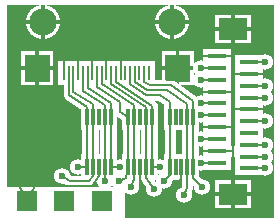
<source format=gtl>
G04*
G04 Format:               Gerber RS-274X*
G04 Export Settings:      OSH Park*
G04 Layer:                TopCopper*
G04 This File Name:       HDMI_QSB_new.gtl*
G04 Source File Name:     HDMI_QSB_new.rrb*
G04 Unique ID:            51c3dc83-d7bb-4e2f-9342-59aa85fb2bb0*
G04 Generated Date:       Thursday, 10 August 2017 09:01:58*
G04*
G04 Created Using:        Robot Room Copper Connection v3.0.5875*
G04 Software Contact:     http://www.robotroom.com/CopperConnection/Support.aspx*
G04 License Number:       1880*
G04*
G04 Zero Suppression:     Leading*
G04 Number Precision:     2.4*
G04*
%FSLAX24Y24*%
%MOIN*%
%LNTopCopper*%
%ADD10C,.006*%
%ADD11C,.007*%
%ADD12C,.008*%
%ADD13C,.0236*%
%ADD14C,.0307*%
%ADD15C,.036*%
%ADD16C,.037*%
%ADD17C,.038*%
%ADD18C,.0536*%
%ADD19C,.0906*%
%ADD20R,.006X.006*%
%ADD21R,.007X.007*%
%ADD22R,.0118X.0118*%
%ADD23R,.0087X.0492*%
%ADD24R,.0118X.0571*%
%ADD25R,.0387X.0792*%
%ADD26R,.0418X.0871*%
%ADD27R,.063X.0157*%
%ADD28R,.065X.065*%
%ADD29R,.0827X.0906*%
%ADD30R,.0886X.0886*%
%ADD31R,.093X.0457*%
%ADD32R,.0945X.0709*%
%AMTHERMAL*7,0,0,$1,$1-$2-$2,$2,0*%
%ADD33THERMAL,.1142X.0118*%
G36*
G01X0Y7087D02*
X8905D01*
Y0D01*
X0D01*
Y7087D01*
G37*
%LPC*%
G36*
X-118Y1024D02*
X3937D01*
Y-99D01*
X-118D01*
Y1024D01*
G37*
D33*
X1222Y6539D03*
X5494D03*
D15*
X6995Y2232D02*
X7544D01*
X8606Y1641D02*
X8093D01*
X8606Y2035D02*
X8093D01*
X8606Y2429D02*
X8093D01*
X8606Y3216D02*
X8093D01*
X6482Y1838D02*
X6995D01*
X6482Y2626D02*
X6995D01*
X6482Y3413D02*
X6995D01*
X6482Y4988D02*
X6995D01*
X6482Y4594D02*
X6995D01*
X8606Y5185D02*
X8093D01*
X8606Y4397D02*
X8093D01*
X8606Y4004D02*
X8093D01*
X2362Y1693D02*
X2676Y1696D01*
X1850Y1378D02*
X2126Y1220D01*
X3268Y1224D02*
X3267Y1696D01*
X3764Y1691D02*
X3463Y1696D01*
X5102Y1691D02*
X4843Y1696D01*
X4921Y945D02*
X4646Y1339D01*
X4134Y1024D02*
X4252Y1299D01*
X3740Y1220D02*
X3976Y1339D01*
X4646D02*
Y1696D01*
X4252Y1299D02*
Y1696D01*
X2756Y1220D02*
X2874Y1378D01*
X2873Y1696D01*
X3976Y1339D02*
X4055Y1696D01*
X2126Y1220D02*
X2756D01*
D16*
X2222Y4817D02*
Y4201D01*
X2874Y3780D02*
X2873Y3349D01*
X2537Y4817D02*
Y4213D01*
X3268Y3740D02*
X3267Y3349D01*
X2694Y4817D02*
Y4331D01*
X3465Y3819D02*
X3463Y3349D01*
X3009Y4817D02*
Y4370D01*
X2222Y4201D02*
X2874Y3780D01*
X2537Y4213D02*
X3268Y3740D01*
X2694Y4331D02*
X3465Y3819D01*
X3009Y4370D02*
X3780Y3858D01*
X3167Y4464D02*
Y4817D01*
X4269Y4528D02*
Y4817D01*
X4111Y4449D02*
X4112Y4817D01*
X3639Y4528D02*
Y4817D01*
X2676Y3349D02*
X2677Y3701D01*
X4843Y3349D02*
Y3726D01*
X4646Y3349D02*
Y3681D01*
X4252Y3349D02*
Y3740D01*
X5432Y3349D02*
X5433Y3858D01*
X3780D02*
X3778Y3532D01*
X4055Y3349D01*
X3481Y4449D02*
X3482Y4817D01*
X6220Y3898D02*
X5472Y4409D01*
X6024Y3780D02*
X5354Y4252D01*
X5433Y3858D02*
X5118Y4094D01*
X4843Y3726D02*
X3639Y4528D01*
X4646Y3681D02*
X3481Y4449D01*
X4252Y3740D02*
X3167Y4464D01*
X2064Y4094D02*
Y4817D01*
X2677Y3701D02*
X2064Y4094D01*
X6482Y3807D02*
X6995D01*
X4764Y4409D02*
X4584Y4528D01*
X5472Y4409D02*
X4764D01*
X4685Y4252D02*
X4269Y4528D01*
X5354Y4252D02*
X4685D01*
X4633Y4094D02*
X4111Y4449D01*
X5118Y4094D02*
X4633D01*
X6220Y3898D02*
X6219Y3349D01*
Y1696D01*
X6220Y1339D01*
X6024Y3780D02*
X6022Y3349D01*
Y1696D01*
X6220Y1339D02*
X6496Y1024D01*
X5906Y748D02*
X6024Y984D01*
X6022Y1696D01*
D17*
X4584Y4528D02*
Y4817D01*
X2873Y3349D02*
Y1696D01*
X3267Y3349D02*
Y1696D01*
X3463Y3349D02*
Y1696D01*
X4252D02*
Y3349D01*
X4055D02*
Y1696D01*
X5246Y1224D02*
X5433Y1417D01*
X5432Y1696D02*
Y3349D01*
X2676Y1696D02*
Y3349D01*
X4843Y1696D02*
Y3349D01*
X4646Y1696D02*
Y3349D01*
X5433Y1417D02*
X5432Y1696D01*
D18*
X8606Y5185D03*
X6482Y4988D03*
Y4594D03*
Y3807D03*
Y3413D03*
X8606Y4397D03*
Y4004D03*
Y3216D03*
Y1641D03*
X6482Y1838D03*
X8606Y2035D03*
Y2429D03*
X6482Y2626D03*
X2362Y1693D03*
X1850Y1378D03*
X3764Y1691D03*
X3268Y1224D03*
X3740Y1220D03*
X4134Y1024D03*
X5102Y1691D03*
X4921Y945D03*
X5246Y1224D03*
X5906Y748D03*
X6496Y1024D03*
D25*
X1907Y4817D03*
X2064D03*
X2222D03*
X2379D03*
X2537D03*
X2694D03*
X2852D03*
X3009D03*
X3167D03*
X3322D03*
X3482D03*
X3639D03*
X3797D03*
X3954D03*
X4112D03*
X4269D03*
X4427D03*
X4584D03*
X4742D03*
D26*
X4055Y1696D03*
X4252D03*
X4449D03*
X4646D03*
X4843D03*
X4055Y3349D03*
X4252D03*
X4449D03*
X4646D03*
X4843D03*
X2676Y1696D03*
X2873D03*
X3070D03*
X3267D03*
X3463D03*
X2676Y3349D03*
X2873D03*
X3070D03*
X3267D03*
X3463D03*
X5432Y1696D03*
X5628D03*
X5825D03*
X6022D03*
X6219D03*
X5432Y3349D03*
X5628D03*
X5825D03*
X6022D03*
X6219D03*
D31*
X8093Y1641D03*
Y2035D03*
Y2429D03*
Y2823D03*
Y3216D03*
Y3610D03*
Y4004D03*
Y4397D03*
Y4791D03*
Y5185D03*
X6995Y1838D03*
Y2232D03*
Y2626D03*
Y3019D03*
Y3413D03*
Y3807D03*
Y4200D03*
Y4594D03*
Y4988D03*
Y5382D03*
D30*
X669Y551D03*
X3173D03*
X1907D03*
D22*
X543Y5102D02*
Y5496D01*
X897D01*
X1133D02*
X1488D01*
Y5102D01*
Y4866D02*
Y4472D01*
X1133D01*
X897D02*
X543D01*
Y4866D01*
X5228Y5102D02*
Y5496D01*
X5582D01*
X5818D02*
X6173D01*
Y5102D01*
Y4866D02*
Y4472D01*
X5818D01*
X5582D02*
X5228D01*
Y4866D01*
X7012Y899D02*
Y1194D01*
X7426D01*
X7662D02*
X8075D01*
Y899D01*
Y663D02*
Y368D01*
X7662D01*
X7426D02*
X7012D01*
Y663D01*
Y6404D02*
Y6699D01*
X7426D01*
X7662D02*
X8075D01*
Y6404D01*
Y6167D02*
Y5872D01*
X7662D01*
X7426D02*
X7012D01*
Y6167D01*
%LPD*%
D10*
X7544Y5382D02*
X6995D01*
X6353D01*
X7544Y4791D02*
X8093D01*
X6995Y4200D02*
X7544D01*
X6995D02*
X6353D01*
X7544Y3610D02*
X8093D01*
X8528D01*
X8093Y4791D02*
X8620D01*
X7539Y3019D02*
X6995D01*
Y2232D02*
X7544D01*
X6520D01*
X8606Y1641D02*
X8093D01*
X8606Y2035D02*
X8093D01*
X8606Y2429D02*
X8093D01*
X8606Y3216D02*
X8093D01*
X6482Y1838D02*
X6995D01*
X6482Y2626D02*
X6995D01*
X6482Y3413D02*
X6995D01*
X6482Y4988D02*
X6995D01*
X6482Y4594D02*
X6995D01*
X8606Y5185D02*
X8093D01*
X8606Y4397D02*
X8093D01*
X8606Y4004D02*
X8093D01*
X2362Y1693D02*
X2676Y1696D01*
X1850Y1378D02*
X2126Y1220D01*
X3268Y1224D02*
X3267Y1696D01*
X3764Y1691D02*
X3463Y1696D01*
X5102Y1691D02*
X4843Y1696D01*
X4921Y945D02*
X4646Y1339D01*
X4134Y1024D02*
X4252Y1299D01*
X3740Y1220D02*
X3976Y1339D01*
X4646D02*
Y1696D01*
X4252Y1299D02*
Y1696D01*
X2756Y1220D02*
X2874Y1378D01*
X2873Y1696D01*
X3976Y1339D02*
X4055Y1696D01*
X6995Y3019D02*
X6530D01*
X2126Y1220D02*
X2756D01*
D11*
X2222Y4817D02*
Y4201D01*
X2874Y3780D02*
X2873Y3349D01*
X2537Y4817D02*
Y4213D01*
X3268Y3740D02*
X3267Y3349D01*
X2694Y4817D02*
Y4331D01*
X3465Y3819D02*
X3463Y3349D01*
X3009Y4817D02*
Y4370D01*
X2222Y4201D02*
X2874Y3780D01*
X2537Y4213D02*
X3268Y3740D01*
X2694Y4331D02*
X3465Y3819D01*
X3009Y4370D02*
X3780Y3858D01*
X3167Y4464D02*
Y4817D01*
X4269Y4528D02*
Y4817D01*
X4111Y4449D02*
X4112Y4817D01*
X3639Y4528D02*
Y4817D01*
X2676Y3349D02*
X2677Y3701D01*
X4843Y3349D02*
Y3726D01*
X4646Y3349D02*
Y3681D01*
X4252Y3349D02*
Y3740D01*
X5432Y3349D02*
X5433Y3858D01*
X3780D02*
X3778Y3532D01*
X4055Y3349D01*
X3481Y4449D02*
X3482Y4817D01*
X6220Y3898D02*
X5472Y4409D01*
X6024Y3780D02*
X5354Y4252D01*
X5433Y3858D02*
X5118Y4094D01*
X4843Y3726D02*
X3639Y4528D01*
X4646Y3681D02*
X3481Y4449D01*
X4252Y3740D02*
X3167Y4464D01*
X2064Y4094D02*
Y4817D01*
X2677Y3701D02*
X2064Y4094D01*
X6482Y3807D02*
X6995D01*
X4764Y4409D02*
X4584Y4528D01*
X5472Y4409D02*
X4764D01*
X4685Y4252D02*
X4269Y4528D01*
X5354Y4252D02*
X4685D01*
X4633Y4094D02*
X4111Y4449D01*
X5118Y4094D02*
X4633D01*
X6220Y3898D02*
X6219Y3349D01*
Y1696D01*
X6220Y1339D01*
X6024Y3780D02*
X6022Y3349D01*
Y1696D01*
X5825D02*
X5827Y1299D01*
X5591Y1024D01*
X4449Y1696D02*
Y1181D01*
X4567Y787D01*
X3070Y1696D02*
X3071Y1378D01*
X2835Y1063D01*
X6220Y1339D02*
X6496Y1024D01*
X5906Y748D02*
X6024Y984D01*
X6022Y1696D01*
X7544Y6285D02*
Y781D01*
X669Y551D02*
X236Y1378D01*
X2835Y1063D02*
X945D01*
X669Y551D01*
X945Y1063D02*
X1142Y1378D01*
D12*
X4584Y4528D02*
Y4817D01*
X1907D02*
Y5349D01*
X2379Y4817D02*
Y5356D01*
X2852Y4817D02*
Y5356D01*
X3322Y4817D02*
X3324Y5370D01*
X3797Y4817D02*
Y5366D01*
X2873Y3349D02*
Y1696D01*
X3267Y3349D02*
Y1696D01*
X3463Y3349D02*
Y1696D01*
X4252D02*
Y3349D01*
X4055D02*
Y1696D01*
X5246Y1224D02*
X5433Y1417D01*
X5432Y1696D02*
Y3349D01*
X2676Y1696D02*
Y3349D01*
X4843Y1696D02*
Y3349D01*
X4646Y1696D02*
Y3349D01*
X5433Y1417D02*
X5432Y1696D01*
D13*
X8606Y5185D03*
X2165Y6693D03*
X6482Y4988D03*
Y4594D03*
Y3807D03*
Y3413D03*
X8606Y4397D03*
Y4004D03*
Y3216D03*
Y1641D03*
X6482Y1838D03*
X8606Y2035D03*
Y2429D03*
X6482Y2626D03*
X2362Y1693D03*
X1850Y1378D03*
X3764Y1691D03*
X3268Y1224D03*
X3740Y1220D03*
X4134Y1024D03*
X5102Y1691D03*
X4921Y945D03*
X5246Y1224D03*
X5906Y748D03*
X6496Y1024D03*
X2953Y6693D03*
X3740D03*
X4528D03*
X2165Y6102D03*
X2953D03*
X3740D03*
X4528D03*
X394Y3740D03*
X1181Y4134D03*
X394Y3110D03*
X1181Y3543D03*
X394Y1969D03*
Y1378D03*
X1969Y3543D03*
X6299Y6654D03*
X8504Y6732D03*
X6299Y5906D03*
X8465D03*
X5394Y709D03*
X4528D03*
X8465Y787D03*
Y315D03*
D14*
X1890Y551D03*
X3189D03*
D19*
X1222Y6539D03*
X5494D03*
D23*
X1907Y4817D03*
X2064D03*
X2222D03*
X2379D03*
X2537D03*
X2694D03*
X2852D03*
X3009D03*
X3167D03*
X3322D03*
X3482D03*
X3639D03*
X3797D03*
X3954D03*
X4112D03*
X4269D03*
X4427D03*
X4584D03*
X4742D03*
D24*
X4055Y1696D03*
X4252D03*
X4449D03*
X4646D03*
X4843D03*
X4055Y3349D03*
X4252D03*
X4449D03*
X4646D03*
X4843D03*
X2676Y1696D03*
X2873D03*
X3070D03*
X3267D03*
X3463D03*
X2676Y3349D03*
X2873D03*
X3070D03*
X3267D03*
X3463D03*
X5432Y1696D03*
X5628D03*
X5825D03*
X6022D03*
X6219D03*
X5432Y3349D03*
X5628D03*
X5825D03*
X6022D03*
X6219D03*
D27*
X8093Y1641D03*
Y2035D03*
Y2429D03*
Y2823D03*
Y3216D03*
Y3610D03*
Y4004D03*
Y4397D03*
Y4791D03*
Y5185D03*
X6995Y1838D03*
Y2232D03*
Y2626D03*
Y3019D03*
Y3413D03*
Y3807D03*
Y4200D03*
Y4594D03*
Y4988D03*
Y5382D03*
D28*
X669Y551D03*
X3173D03*
X1907D03*
D29*
X1015Y4984D03*
X5700D03*
D32*
X7544Y781D03*
Y6285D03*
M02*

</source>
